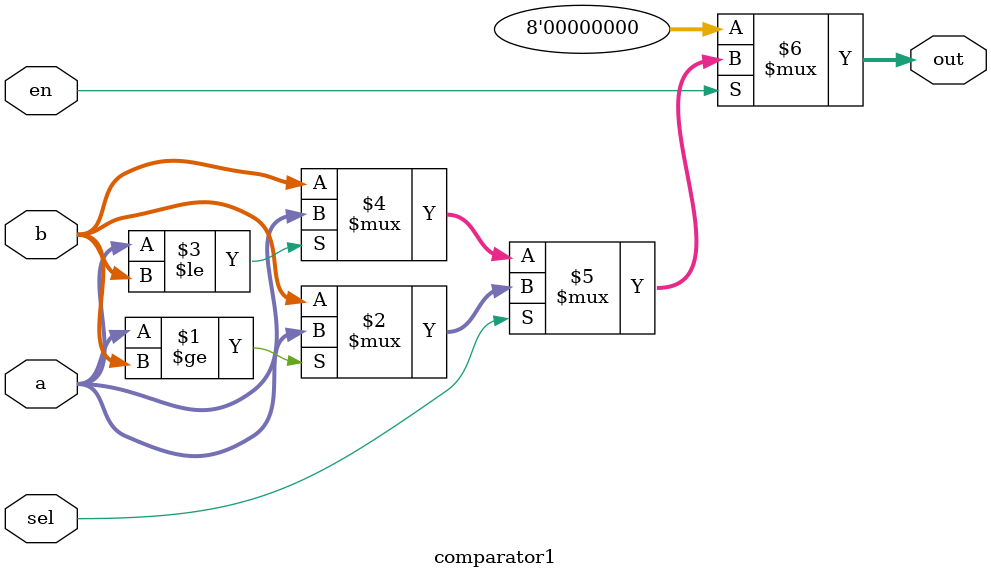
<source format=v>
`timescale 1ns / 1ps
module comparator1 (
    input  [7:0] a,
    input  [7:0] b,
    input        en,
    input        sel,
    output wire [7:0] out
);

  assign out = en ? ((sel) ? ((a >= b) ? a : b) : ((a <= b) ? a : b)) : 8'd0;

endmodule
</source>
